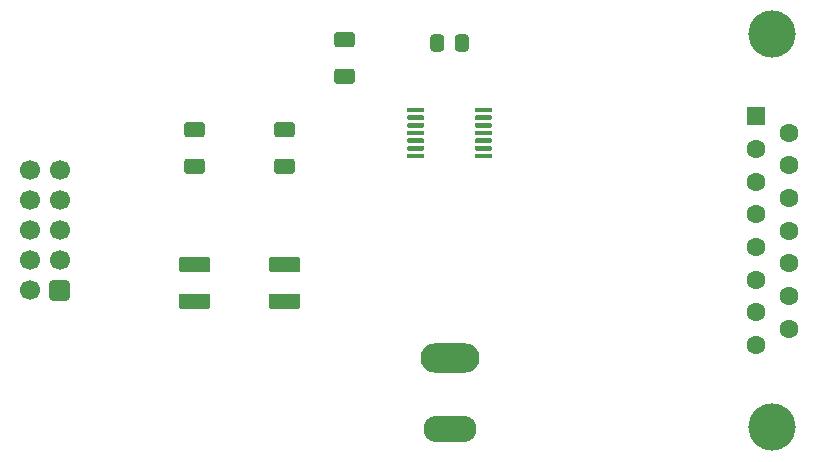
<source format=gts>
G04 #@! TF.GenerationSoftware,KiCad,Pcbnew,(5.1.10)-1*
G04 #@! TF.CreationDate,2021-08-27T17:33:28-04:00*
G04 #@! TF.ProjectId,Coco3AppleRGB,436f636f-3341-4707-906c-655247422e6b,rev?*
G04 #@! TF.SameCoordinates,Original*
G04 #@! TF.FileFunction,Soldermask,Top*
G04 #@! TF.FilePolarity,Negative*
%FSLAX46Y46*%
G04 Gerber Fmt 4.6, Leading zero omitted, Abs format (unit mm)*
G04 Created by KiCad (PCBNEW (5.1.10)-1) date 2021-08-27 17:33:28*
%MOMM*%
%LPD*%
G01*
G04 APERTURE LIST*
%ADD10O,4.500000X2.250000*%
%ADD11O,5.000000X2.500000*%
%ADD12C,4.000000*%
%ADD13C,1.600000*%
%ADD14R,1.600000X1.600000*%
%ADD15C,1.700000*%
G04 APERTURE END LIST*
D10*
X87630000Y-119030000D03*
D11*
X87630000Y-113030000D03*
G36*
G01*
X64939999Y-107580000D02*
X67140001Y-107580000D01*
G75*
G02*
X67390000Y-107829999I0J-249999D01*
G01*
X67390000Y-108655001D01*
G75*
G02*
X67140001Y-108905000I-249999J0D01*
G01*
X64939999Y-108905000D01*
G75*
G02*
X64690000Y-108655001I0J249999D01*
G01*
X64690000Y-107829999D01*
G75*
G02*
X64939999Y-107580000I249999J0D01*
G01*
G37*
G36*
G01*
X64939999Y-104455000D02*
X67140001Y-104455000D01*
G75*
G02*
X67390000Y-104704999I0J-249999D01*
G01*
X67390000Y-105530001D01*
G75*
G02*
X67140001Y-105780000I-249999J0D01*
G01*
X64939999Y-105780000D01*
G75*
G02*
X64690000Y-105530001I0J249999D01*
G01*
X64690000Y-104704999D01*
G75*
G02*
X64939999Y-104455000I249999J0D01*
G01*
G37*
G36*
G01*
X72559999Y-107580000D02*
X74760001Y-107580000D01*
G75*
G02*
X75010000Y-107829999I0J-249999D01*
G01*
X75010000Y-108655001D01*
G75*
G02*
X74760001Y-108905000I-249999J0D01*
G01*
X72559999Y-108905000D01*
G75*
G02*
X72310000Y-108655001I0J249999D01*
G01*
X72310000Y-107829999D01*
G75*
G02*
X72559999Y-107580000I249999J0D01*
G01*
G37*
G36*
G01*
X72559999Y-104455000D02*
X74760001Y-104455000D01*
G75*
G02*
X75010000Y-104704999I0J-249999D01*
G01*
X75010000Y-105530001D01*
G75*
G02*
X74760001Y-105780000I-249999J0D01*
G01*
X72559999Y-105780000D01*
G75*
G02*
X72310000Y-105530001I0J249999D01*
G01*
X72310000Y-104704999D01*
G75*
G02*
X72559999Y-104455000I249999J0D01*
G01*
G37*
G36*
G01*
X78115000Y-88530000D02*
X79365000Y-88530000D01*
G75*
G02*
X79615000Y-88780000I0J-250000D01*
G01*
X79615000Y-89580000D01*
G75*
G02*
X79365000Y-89830000I-250000J0D01*
G01*
X78115000Y-89830000D01*
G75*
G02*
X77865000Y-89580000I0J250000D01*
G01*
X77865000Y-88780000D01*
G75*
G02*
X78115000Y-88530000I250000J0D01*
G01*
G37*
G36*
G01*
X78115000Y-85430000D02*
X79365000Y-85430000D01*
G75*
G02*
X79615000Y-85680000I0J-250000D01*
G01*
X79615000Y-86480000D01*
G75*
G02*
X79365000Y-86730000I-250000J0D01*
G01*
X78115000Y-86730000D01*
G75*
G02*
X77865000Y-86480000I0J250000D01*
G01*
X77865000Y-85680000D01*
G75*
G02*
X78115000Y-85430000I250000J0D01*
G01*
G37*
G36*
G01*
X89755000Y-92130000D02*
X89755000Y-91930000D01*
G75*
G02*
X89855000Y-91830000I100000J0D01*
G01*
X91130000Y-91830000D01*
G75*
G02*
X91230000Y-91930000I0J-100000D01*
G01*
X91230000Y-92130000D01*
G75*
G02*
X91130000Y-92230000I-100000J0D01*
G01*
X89855000Y-92230000D01*
G75*
G02*
X89755000Y-92130000I0J100000D01*
G01*
G37*
G36*
G01*
X89755000Y-92780000D02*
X89755000Y-92580000D01*
G75*
G02*
X89855000Y-92480000I100000J0D01*
G01*
X91130000Y-92480000D01*
G75*
G02*
X91230000Y-92580000I0J-100000D01*
G01*
X91230000Y-92780000D01*
G75*
G02*
X91130000Y-92880000I-100000J0D01*
G01*
X89855000Y-92880000D01*
G75*
G02*
X89755000Y-92780000I0J100000D01*
G01*
G37*
G36*
G01*
X89755000Y-93430000D02*
X89755000Y-93230000D01*
G75*
G02*
X89855000Y-93130000I100000J0D01*
G01*
X91130000Y-93130000D01*
G75*
G02*
X91230000Y-93230000I0J-100000D01*
G01*
X91230000Y-93430000D01*
G75*
G02*
X91130000Y-93530000I-100000J0D01*
G01*
X89855000Y-93530000D01*
G75*
G02*
X89755000Y-93430000I0J100000D01*
G01*
G37*
G36*
G01*
X89755000Y-94080000D02*
X89755000Y-93880000D01*
G75*
G02*
X89855000Y-93780000I100000J0D01*
G01*
X91130000Y-93780000D01*
G75*
G02*
X91230000Y-93880000I0J-100000D01*
G01*
X91230000Y-94080000D01*
G75*
G02*
X91130000Y-94180000I-100000J0D01*
G01*
X89855000Y-94180000D01*
G75*
G02*
X89755000Y-94080000I0J100000D01*
G01*
G37*
G36*
G01*
X89755000Y-94730000D02*
X89755000Y-94530000D01*
G75*
G02*
X89855000Y-94430000I100000J0D01*
G01*
X91130000Y-94430000D01*
G75*
G02*
X91230000Y-94530000I0J-100000D01*
G01*
X91230000Y-94730000D01*
G75*
G02*
X91130000Y-94830000I-100000J0D01*
G01*
X89855000Y-94830000D01*
G75*
G02*
X89755000Y-94730000I0J100000D01*
G01*
G37*
G36*
G01*
X89755000Y-95380000D02*
X89755000Y-95180000D01*
G75*
G02*
X89855000Y-95080000I100000J0D01*
G01*
X91130000Y-95080000D01*
G75*
G02*
X91230000Y-95180000I0J-100000D01*
G01*
X91230000Y-95380000D01*
G75*
G02*
X91130000Y-95480000I-100000J0D01*
G01*
X89855000Y-95480000D01*
G75*
G02*
X89755000Y-95380000I0J100000D01*
G01*
G37*
G36*
G01*
X89755000Y-96030000D02*
X89755000Y-95830000D01*
G75*
G02*
X89855000Y-95730000I100000J0D01*
G01*
X91130000Y-95730000D01*
G75*
G02*
X91230000Y-95830000I0J-100000D01*
G01*
X91230000Y-96030000D01*
G75*
G02*
X91130000Y-96130000I-100000J0D01*
G01*
X89855000Y-96130000D01*
G75*
G02*
X89755000Y-96030000I0J100000D01*
G01*
G37*
G36*
G01*
X84030000Y-96030000D02*
X84030000Y-95830000D01*
G75*
G02*
X84130000Y-95730000I100000J0D01*
G01*
X85405000Y-95730000D01*
G75*
G02*
X85505000Y-95830000I0J-100000D01*
G01*
X85505000Y-96030000D01*
G75*
G02*
X85405000Y-96130000I-100000J0D01*
G01*
X84130000Y-96130000D01*
G75*
G02*
X84030000Y-96030000I0J100000D01*
G01*
G37*
G36*
G01*
X84030000Y-95380000D02*
X84030000Y-95180000D01*
G75*
G02*
X84130000Y-95080000I100000J0D01*
G01*
X85405000Y-95080000D01*
G75*
G02*
X85505000Y-95180000I0J-100000D01*
G01*
X85505000Y-95380000D01*
G75*
G02*
X85405000Y-95480000I-100000J0D01*
G01*
X84130000Y-95480000D01*
G75*
G02*
X84030000Y-95380000I0J100000D01*
G01*
G37*
G36*
G01*
X84030000Y-94730000D02*
X84030000Y-94530000D01*
G75*
G02*
X84130000Y-94430000I100000J0D01*
G01*
X85405000Y-94430000D01*
G75*
G02*
X85505000Y-94530000I0J-100000D01*
G01*
X85505000Y-94730000D01*
G75*
G02*
X85405000Y-94830000I-100000J0D01*
G01*
X84130000Y-94830000D01*
G75*
G02*
X84030000Y-94730000I0J100000D01*
G01*
G37*
G36*
G01*
X84030000Y-94080000D02*
X84030000Y-93880000D01*
G75*
G02*
X84130000Y-93780000I100000J0D01*
G01*
X85405000Y-93780000D01*
G75*
G02*
X85505000Y-93880000I0J-100000D01*
G01*
X85505000Y-94080000D01*
G75*
G02*
X85405000Y-94180000I-100000J0D01*
G01*
X84130000Y-94180000D01*
G75*
G02*
X84030000Y-94080000I0J100000D01*
G01*
G37*
G36*
G01*
X84030000Y-93430000D02*
X84030000Y-93230000D01*
G75*
G02*
X84130000Y-93130000I100000J0D01*
G01*
X85405000Y-93130000D01*
G75*
G02*
X85505000Y-93230000I0J-100000D01*
G01*
X85505000Y-93430000D01*
G75*
G02*
X85405000Y-93530000I-100000J0D01*
G01*
X84130000Y-93530000D01*
G75*
G02*
X84030000Y-93430000I0J100000D01*
G01*
G37*
G36*
G01*
X84030000Y-92780000D02*
X84030000Y-92580000D01*
G75*
G02*
X84130000Y-92480000I100000J0D01*
G01*
X85405000Y-92480000D01*
G75*
G02*
X85505000Y-92580000I0J-100000D01*
G01*
X85505000Y-92780000D01*
G75*
G02*
X85405000Y-92880000I-100000J0D01*
G01*
X84130000Y-92880000D01*
G75*
G02*
X84030000Y-92780000I0J100000D01*
G01*
G37*
G36*
G01*
X84030000Y-92130000D02*
X84030000Y-91930000D01*
G75*
G02*
X84130000Y-91830000I100000J0D01*
G01*
X85405000Y-91830000D01*
G75*
G02*
X85505000Y-91930000I0J-100000D01*
G01*
X85505000Y-92130000D01*
G75*
G02*
X85405000Y-92230000I-100000J0D01*
G01*
X84130000Y-92230000D01*
G75*
G02*
X84030000Y-92130000I0J100000D01*
G01*
G37*
G36*
G01*
X66665000Y-94350000D02*
X65415000Y-94350000D01*
G75*
G02*
X65165000Y-94100000I0J250000D01*
G01*
X65165000Y-93300000D01*
G75*
G02*
X65415000Y-93050000I250000J0D01*
G01*
X66665000Y-93050000D01*
G75*
G02*
X66915000Y-93300000I0J-250000D01*
G01*
X66915000Y-94100000D01*
G75*
G02*
X66665000Y-94350000I-250000J0D01*
G01*
G37*
G36*
G01*
X66665000Y-97450000D02*
X65415000Y-97450000D01*
G75*
G02*
X65165000Y-97200000I0J250000D01*
G01*
X65165000Y-96400000D01*
G75*
G02*
X65415000Y-96150000I250000J0D01*
G01*
X66665000Y-96150000D01*
G75*
G02*
X66915000Y-96400000I0J-250000D01*
G01*
X66915000Y-97200000D01*
G75*
G02*
X66665000Y-97450000I-250000J0D01*
G01*
G37*
G36*
G01*
X74285000Y-94350000D02*
X73035000Y-94350000D01*
G75*
G02*
X72785000Y-94100000I0J250000D01*
G01*
X72785000Y-93300000D01*
G75*
G02*
X73035000Y-93050000I250000J0D01*
G01*
X74285000Y-93050000D01*
G75*
G02*
X74535000Y-93300000I0J-250000D01*
G01*
X74535000Y-94100000D01*
G75*
G02*
X74285000Y-94350000I-250000J0D01*
G01*
G37*
G36*
G01*
X74285000Y-97450000D02*
X73035000Y-97450000D01*
G75*
G02*
X72785000Y-97200000I0J250000D01*
G01*
X72785000Y-96400000D01*
G75*
G02*
X73035000Y-96150000I250000J0D01*
G01*
X74285000Y-96150000D01*
G75*
G02*
X74535000Y-96400000I0J-250000D01*
G01*
X74535000Y-97200000D01*
G75*
G02*
X74285000Y-97450000I-250000J0D01*
G01*
G37*
D12*
X114958000Y-85605000D03*
X114958000Y-118905000D03*
D13*
X116378000Y-110565000D03*
X116378000Y-107795000D03*
X116378000Y-105025000D03*
X116378000Y-102255000D03*
X116378000Y-99485000D03*
X116378000Y-96715000D03*
X116378000Y-93945000D03*
X113538000Y-111950000D03*
X113538000Y-109180000D03*
X113538000Y-106410000D03*
X113538000Y-103640000D03*
X113538000Y-100870000D03*
X113538000Y-98100000D03*
X113538000Y-95330000D03*
D14*
X113538000Y-92560000D03*
D15*
X52070000Y-97155000D03*
X52070000Y-99695000D03*
X52070000Y-102235000D03*
X52070000Y-104775000D03*
X52070000Y-107315000D03*
X54610000Y-97155000D03*
X54610000Y-99695000D03*
X54610000Y-102235000D03*
X54610000Y-104775000D03*
G36*
G01*
X55460000Y-106715000D02*
X55460000Y-107915000D01*
G75*
G02*
X55210000Y-108165000I-250000J0D01*
G01*
X54010000Y-108165000D01*
G75*
G02*
X53760000Y-107915000I0J250000D01*
G01*
X53760000Y-106715000D01*
G75*
G02*
X54010000Y-106465000I250000J0D01*
G01*
X55210000Y-106465000D01*
G75*
G02*
X55460000Y-106715000I0J-250000D01*
G01*
G37*
G36*
G01*
X87180000Y-85885000D02*
X87180000Y-86835000D01*
G75*
G02*
X86930000Y-87085000I-250000J0D01*
G01*
X86255000Y-87085000D01*
G75*
G02*
X86005000Y-86835000I0J250000D01*
G01*
X86005000Y-85885000D01*
G75*
G02*
X86255000Y-85635000I250000J0D01*
G01*
X86930000Y-85635000D01*
G75*
G02*
X87180000Y-85885000I0J-250000D01*
G01*
G37*
G36*
G01*
X89255000Y-85885000D02*
X89255000Y-86835000D01*
G75*
G02*
X89005000Y-87085000I-250000J0D01*
G01*
X88330000Y-87085000D01*
G75*
G02*
X88080000Y-86835000I0J250000D01*
G01*
X88080000Y-85885000D01*
G75*
G02*
X88330000Y-85635000I250000J0D01*
G01*
X89005000Y-85635000D01*
G75*
G02*
X89255000Y-85885000I0J-250000D01*
G01*
G37*
M02*

</source>
